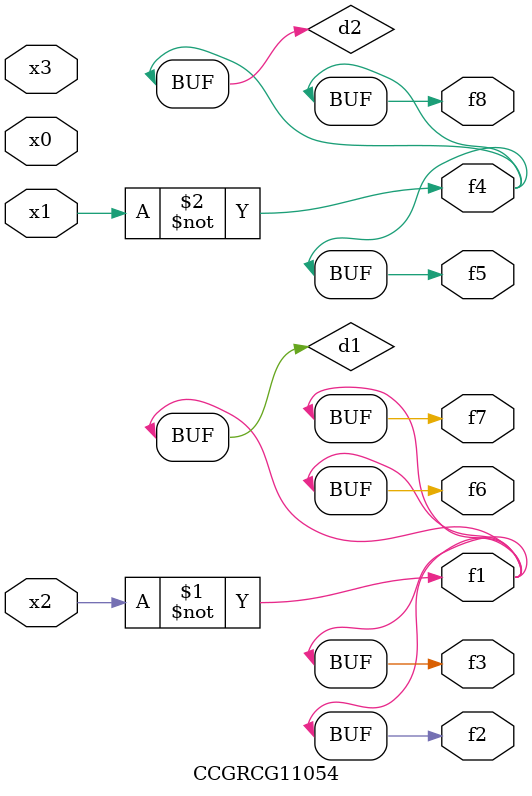
<source format=v>
module CCGRCG11054(
	input x0, x1, x2, x3,
	output f1, f2, f3, f4, f5, f6, f7, f8
);

	wire d1, d2;

	xnor (d1, x2);
	not (d2, x1);
	assign f1 = d1;
	assign f2 = d1;
	assign f3 = d1;
	assign f4 = d2;
	assign f5 = d2;
	assign f6 = d1;
	assign f7 = d1;
	assign f8 = d2;
endmodule

</source>
